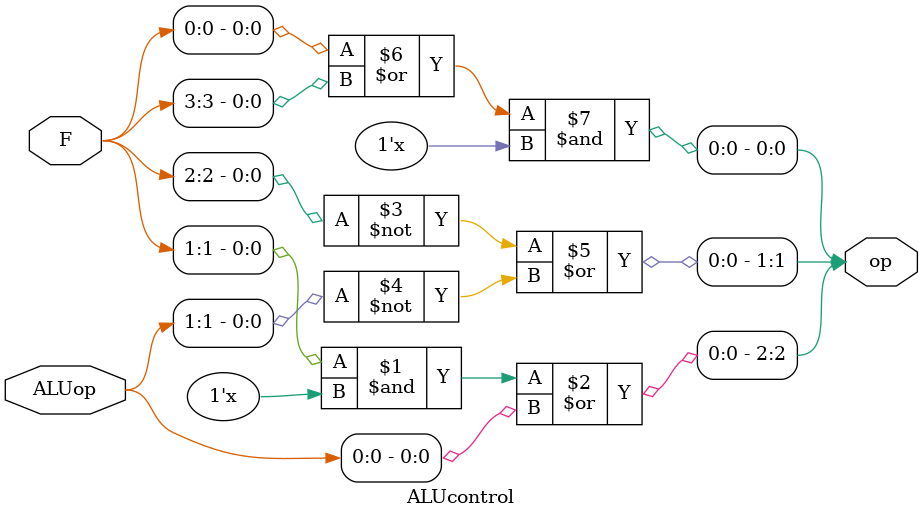
<source format=v>
module mux21_32(out,in1,in2,sel);
input [0:31]in1,in2;
input sel;
output [0:31]out;
reg [0:31]out;
always@(in1 or in2 or sel)
begin
if(sel==0) out=in1;
else out=in2;
end
endmodule

module mux41_32(out,in1,in2,in3,in4,sel);
input [0:31]in1,in2,in3,in4;
input [0:1]sel;
output [0:31]out;
reg [0:31]out;
always@(sel or in1 or in2 or in3 or in4)
begin
if(sel==2'b00) out=in1;
else if(sel==2'b01)out=in2;
else if(sel==2'b10)out=in3;
else out=in4;
end
endmodule

module and_32(out,in1,in2);
input [0:31]in1,in2;
output [0:31]out;

assign {out}=in1 & in2;
endmodule

module or_32(out,in1,in2);
input [0:31]in1,in2;
output [0:31]out;

assign {out}=in1 | in2;
endmodule

module fa_32(sum,c,in1,in2,cin);
input [0:31]in1,in2;
input cin;
output c;
output [0:31]sum;
assign {c,sum}=in1+in2+cin;
endmodule

module ALU(a,b,Bi,cin,Op,res,cout);
input [0:31]a,b;
input Bi,cin;
input [0:1]Op;
output [0:31]res;
output cout;

wire [0:31]not_b,f_b,ar,oor,sr;
assign not_b=~b;


mux21_32 m1(f_b,b,not_b,Bi);
and_32 a1(ar,a,f_b);
or_32 o1(oor,a,f_b);
fa_32 f1(sr,cout,a,f_b,Bi);

mux41_32 m2(res,ar,oor,sr,,Op);
endmodule

module tbALU;
reg Binvert, Carryin;
reg [1:0] Operation;
reg [31:0] a,b;
wire [31:0] Result;
wire CarryOut;
ALU a1(a,b,Binvert,Carryin,Operation,Result,CarryOut);
initial
begin
$monitor($time,"|a=%b,b=%b,op=%b,res=%b,c=%b",a,b,Operation,Result,CarryOut);
a=32'ha5a5a5a5;
b=32'h5a5a5a5a;
Operation=2'b00;
Binvert=1'b0;
Carryin=1'b0; //must perform AND resulting in zero
#100 Operation=2'b01; //OR
#100 Operation=2'b10; //ADD
#100 Binvert=1'b1;//SUB
#200 $finish;
end
endmodule


module ANDarray (RegDst,ALUSrc, MemtoReg, RegWrite,
MemRead, MemWrite,Branch,ALUOp1,ALUOp2,Op);
input [5:0] Op;
output RegDst,ALUSrc,MemtoReg, RegWrite, MemRead,
MemWrite,Branch,ALUOp1,ALUOp2;
wire Rformat, lw,sw,beq;
assign Rformat= (~Op[0])& (~Op[1])& (~Op[2])& (~Op[3])&(~Op[4])& (~Op[5]);
assign lw=(Op[0])& (Op[1])& (~Op[2])& (~Op[3])&(~Op[4])& (Op[5]);
assign sw=(Op[0])& (Op[1])& (~Op[2])& (Op[3])&(~Op[4])& (Op[5]); 
assign beq=(~Op[0])& (~Op[1])& (Op[2])& (~Op[3])&(~Op[4])& (~Op[5]); 

assign RegDst=Rformat;
assign ALUSrc=lw |  sw;
assign MemtoReg=lw;
assign RegWrite=Rformat|lw;
assign MemRead=lw;
assign MemWrite=sw;
assign Branch=beq;
assign ALUOp1=Rformat;
assign ALUOp2=beq;
endmodule



module ALUcontrol(ALUop,F,op);
input [1:0]ALUop;
input [5:0]F;
output [2:0]op;
assign op[2]=(F[1]&ALuop[1])| ALUop[0];
assign op[1]= (~F[2]) | (~ALUop[1]);
assign op[0]=(F[0]|F[3])& ALuop[1];
endmodule















</source>
